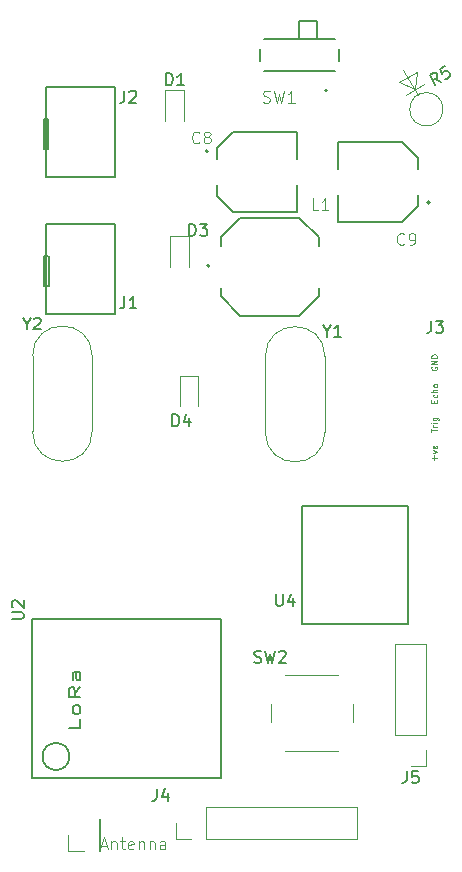
<source format=gto>
G04 #@! TF.GenerationSoftware,KiCad,Pcbnew,5.1.6-c6e7f7d~87~ubuntu18.04.1*
G04 #@! TF.CreationDate,2020-11-02T00:43:46+05:30*
G04 #@! TF.ProjectId,Sensor_pcb_v3,53656e73-6f72-45f7-9063-625f76332e6b,rev?*
G04 #@! TF.SameCoordinates,Original*
G04 #@! TF.FileFunction,Legend,Top*
G04 #@! TF.FilePolarity,Positive*
%FSLAX46Y46*%
G04 Gerber Fmt 4.6, Leading zero omitted, Abs format (unit mm)*
G04 Created by KiCad (PCBNEW 5.1.6-c6e7f7d~87~ubuntu18.04.1) date 2020-11-02 00:43:46*
%MOMM*%
%LPD*%
G01*
G04 APERTURE LIST*
%ADD10C,0.100000*%
%ADD11C,0.080000*%
%ADD12C,0.120000*%
%ADD13C,0.150000*%
%ADD14C,0.127000*%
%ADD15C,0.200000*%
%ADD16C,0.015000*%
G04 APERTURE END LIST*
D10*
X29996475Y-88627246D02*
X30472665Y-88627246D01*
X29901237Y-88912960D02*
X30234570Y-87912960D01*
X30567903Y-88912960D01*
X30901237Y-88246294D02*
X30901237Y-88912960D01*
X30901237Y-88341532D02*
X30948856Y-88293913D01*
X31044094Y-88246294D01*
X31186951Y-88246294D01*
X31282189Y-88293913D01*
X31329808Y-88389151D01*
X31329808Y-88912960D01*
X31663141Y-88246294D02*
X32044094Y-88246294D01*
X31805999Y-87912960D02*
X31805999Y-88770103D01*
X31853618Y-88865341D01*
X31948856Y-88912960D01*
X32044094Y-88912960D01*
X32758380Y-88865341D02*
X32663141Y-88912960D01*
X32472665Y-88912960D01*
X32377427Y-88865341D01*
X32329808Y-88770103D01*
X32329808Y-88389151D01*
X32377427Y-88293913D01*
X32472665Y-88246294D01*
X32663141Y-88246294D01*
X32758380Y-88293913D01*
X32805999Y-88389151D01*
X32805999Y-88484389D01*
X32329808Y-88579627D01*
X33234570Y-88246294D02*
X33234570Y-88912960D01*
X33234570Y-88341532D02*
X33282189Y-88293913D01*
X33377427Y-88246294D01*
X33520284Y-88246294D01*
X33615522Y-88293913D01*
X33663141Y-88389151D01*
X33663141Y-88912960D01*
X34139332Y-88246294D02*
X34139332Y-88912960D01*
X34139332Y-88341532D02*
X34186951Y-88293913D01*
X34282189Y-88246294D01*
X34425046Y-88246294D01*
X34520284Y-88293913D01*
X34567903Y-88389151D01*
X34567903Y-88912960D01*
X35472665Y-88912960D02*
X35472665Y-88389151D01*
X35425046Y-88293913D01*
X35329808Y-88246294D01*
X35139332Y-88246294D01*
X35044094Y-88293913D01*
X35472665Y-88865341D02*
X35377427Y-88912960D01*
X35139332Y-88912960D01*
X35044094Y-88865341D01*
X34996475Y-88770103D01*
X34996475Y-88674865D01*
X35044094Y-88579627D01*
X35139332Y-88532008D01*
X35377427Y-88532008D01*
X35472665Y-88484389D01*
D11*
X58242354Y-55949458D02*
X58242354Y-55568505D01*
X58432830Y-55758981D02*
X58051878Y-55758981D01*
X58099497Y-55378029D02*
X58432830Y-55258981D01*
X58099497Y-55139934D01*
X58409020Y-54758981D02*
X58432830Y-54806600D01*
X58432830Y-54901839D01*
X58409020Y-54949458D01*
X58361401Y-54973267D01*
X58170925Y-54973267D01*
X58123306Y-54949458D01*
X58099497Y-54901839D01*
X58099497Y-54806600D01*
X58123306Y-54758981D01*
X58170925Y-54735172D01*
X58218544Y-54735172D01*
X58266163Y-54973267D01*
X57932830Y-53584077D02*
X57932830Y-53298362D01*
X58432830Y-53441220D02*
X57932830Y-53441220D01*
X58432830Y-53131696D02*
X58099497Y-53131696D01*
X58194735Y-53131696D02*
X58147116Y-53107886D01*
X58123306Y-53084077D01*
X58099497Y-53036458D01*
X58099497Y-52988839D01*
X58432830Y-52822172D02*
X58099497Y-52822172D01*
X57932830Y-52822172D02*
X57956640Y-52845981D01*
X57980449Y-52822172D01*
X57956640Y-52798362D01*
X57932830Y-52822172D01*
X57980449Y-52822172D01*
X58099497Y-52369791D02*
X58504259Y-52369791D01*
X58551878Y-52393600D01*
X58575687Y-52417410D01*
X58599497Y-52465029D01*
X58599497Y-52536458D01*
X58575687Y-52584077D01*
X58409020Y-52369791D02*
X58432830Y-52417410D01*
X58432830Y-52512648D01*
X58409020Y-52560267D01*
X58385211Y-52584077D01*
X58337592Y-52607886D01*
X58194735Y-52607886D01*
X58147116Y-52584077D01*
X58123306Y-52560267D01*
X58099497Y-52512648D01*
X58099497Y-52417410D01*
X58123306Y-52369791D01*
X58236965Y-51088669D02*
X58236965Y-50922002D01*
X58498870Y-50850574D02*
X58498870Y-51088669D01*
X57998870Y-51088669D01*
X57998870Y-50850574D01*
X58475060Y-50422002D02*
X58498870Y-50469621D01*
X58498870Y-50564860D01*
X58475060Y-50612479D01*
X58451251Y-50636288D01*
X58403632Y-50660098D01*
X58260775Y-50660098D01*
X58213156Y-50636288D01*
X58189346Y-50612479D01*
X58165537Y-50564860D01*
X58165537Y-50469621D01*
X58189346Y-50422002D01*
X58498870Y-50207717D02*
X57998870Y-50207717D01*
X58498870Y-49993431D02*
X58236965Y-49993431D01*
X58189346Y-50017240D01*
X58165537Y-50064860D01*
X58165537Y-50136288D01*
X58189346Y-50183907D01*
X58213156Y-50207717D01*
X58498870Y-49683907D02*
X58475060Y-49731526D01*
X58451251Y-49755336D01*
X58403632Y-49779145D01*
X58260775Y-49779145D01*
X58213156Y-49755336D01*
X58189346Y-49731526D01*
X58165537Y-49683907D01*
X58165537Y-49612479D01*
X58189346Y-49564860D01*
X58213156Y-49541050D01*
X58260775Y-49517240D01*
X58403632Y-49517240D01*
X58451251Y-49541050D01*
X58475060Y-49564860D01*
X58498870Y-49612479D01*
X58498870Y-49683907D01*
X57999820Y-48066912D02*
X57976010Y-48114531D01*
X57976010Y-48185960D01*
X57999820Y-48257388D01*
X58047439Y-48305007D01*
X58095058Y-48328817D01*
X58190296Y-48352626D01*
X58261724Y-48352626D01*
X58356962Y-48328817D01*
X58404581Y-48305007D01*
X58452200Y-48257388D01*
X58476010Y-48185960D01*
X58476010Y-48138340D01*
X58452200Y-48066912D01*
X58428391Y-48043102D01*
X58261724Y-48043102D01*
X58261724Y-48138340D01*
X58476010Y-47828817D02*
X57976010Y-47828817D01*
X58476010Y-47543102D01*
X57976010Y-47543102D01*
X58476010Y-47305007D02*
X57976010Y-47305007D01*
X57976010Y-47185960D01*
X57999820Y-47114531D01*
X58047439Y-47066912D01*
X58095058Y-47043102D01*
X58190296Y-47019293D01*
X58261724Y-47019293D01*
X58356962Y-47043102D01*
X58404581Y-47066912D01*
X58452200Y-47114531D01*
X58476010Y-47185960D01*
X58476010Y-47305007D01*
D12*
X36325500Y-88030400D02*
X36325500Y-86700400D01*
X37655500Y-88030400D02*
X36325500Y-88030400D01*
X38925500Y-88030400D02*
X38925500Y-85370400D01*
X38925500Y-85370400D02*
X51685500Y-85370400D01*
X38925500Y-88030400D02*
X51685500Y-88030400D01*
X51685500Y-88030400D02*
X51685500Y-85370400D01*
D13*
X25558400Y-38692500D02*
X25558400Y-38682500D01*
X25178400Y-38692500D02*
X25558400Y-38692500D01*
X25178400Y-41242500D02*
X25178400Y-38692500D01*
X25578400Y-41242500D02*
X25178400Y-41242500D01*
X25578400Y-38712500D02*
X25578400Y-41242500D01*
X25358400Y-36582500D02*
X25358400Y-36082500D01*
X25358400Y-43582500D02*
X25358400Y-36582500D01*
X25358400Y-36082500D02*
X25358400Y-35992500D01*
X25358400Y-43582500D02*
X30358400Y-43582500D01*
X30358400Y-43582500D02*
X31158400Y-43582500D01*
X31158400Y-43582500D02*
X31168400Y-43582500D01*
X25398400Y-36002500D02*
X25388400Y-36002500D01*
X26198400Y-36002500D02*
X25398400Y-36002500D01*
X31198400Y-36002500D02*
X26198400Y-36002500D01*
X31198400Y-43502500D02*
X31198400Y-43592500D01*
X31198400Y-43002500D02*
X31198400Y-43502500D01*
X31198400Y-36002500D02*
X31198400Y-43002500D01*
D14*
X43472400Y-22133200D02*
X43472400Y-21133200D01*
X49822400Y-20283200D02*
X43822400Y-20283200D01*
X49822400Y-22983200D02*
X43822400Y-22983200D01*
X50172400Y-22133200D02*
X50172400Y-21133200D01*
X46822400Y-18783200D02*
X46822400Y-20283200D01*
X48322400Y-18783200D02*
X46822400Y-18783200D01*
X48322400Y-20283200D02*
X48322400Y-18783200D01*
D15*
X49172400Y-24683200D02*
G75*
G03*
X49172400Y-24683200I-100000J0D01*
G01*
D12*
X38265000Y-48808800D02*
X36665000Y-48808800D01*
X36665000Y-48808800D02*
X36665000Y-51408800D01*
X38265000Y-48808800D02*
X38265000Y-51408800D01*
X37477600Y-37002900D02*
X35877600Y-37002900D01*
X35877600Y-37002900D02*
X35877600Y-39602900D01*
X37477600Y-37002900D02*
X37477600Y-39602900D01*
X57565600Y-71568000D02*
X54905600Y-71568000D01*
X57565600Y-79248000D02*
X57565600Y-71568000D01*
X54905600Y-79248000D02*
X54905600Y-71568000D01*
X57565600Y-79248000D02*
X54905600Y-79248000D01*
X57565600Y-80518000D02*
X57565600Y-81848000D01*
X57565600Y-81848000D02*
X56235600Y-81848000D01*
D13*
X25543100Y-27064300D02*
X25543100Y-27054300D01*
X25163100Y-27064300D02*
X25543100Y-27064300D01*
X25163100Y-29614300D02*
X25163100Y-27064300D01*
X25563100Y-29614300D02*
X25163100Y-29614300D01*
X25563100Y-27084300D02*
X25563100Y-29614300D01*
X25343100Y-24954300D02*
X25343100Y-24454300D01*
X25343100Y-31954300D02*
X25343100Y-24954300D01*
X25343100Y-24454300D02*
X25343100Y-24364300D01*
X25343100Y-31954300D02*
X30343100Y-31954300D01*
X30343100Y-31954300D02*
X31143100Y-31954300D01*
X31143100Y-31954300D02*
X31153100Y-31954300D01*
X25383100Y-24374300D02*
X25373100Y-24374300D01*
X26183100Y-24374300D02*
X25383100Y-24374300D01*
X31183100Y-24374300D02*
X26183100Y-24374300D01*
X31183100Y-31874300D02*
X31183100Y-31964300D01*
X31183100Y-31374300D02*
X31183100Y-31874300D01*
X31183100Y-24374300D02*
X31183100Y-31374300D01*
X27344875Y-81056400D02*
G75*
G03*
X27344875Y-81056400I-1140175J0D01*
G01*
X40204700Y-82856400D02*
X24204700Y-82856400D01*
X24204700Y-82856400D02*
X24204700Y-69456400D01*
X24204700Y-69456400D02*
X40194700Y-69456400D01*
X40194700Y-69456400D02*
X40204700Y-82856400D01*
D12*
X29892300Y-89018420D02*
X29892300Y-86358420D01*
X29832300Y-89018420D02*
X29892300Y-89018420D01*
X29832300Y-86358420D02*
X29892300Y-86358420D01*
X29832300Y-89018420D02*
X29832300Y-86358420D01*
X28562300Y-89018420D02*
X27232300Y-89018420D01*
X27232300Y-89018420D02*
X27232300Y-87688420D01*
X37015000Y-24643300D02*
X35415000Y-24643300D01*
X35415000Y-24643300D02*
X35415000Y-27243300D01*
X37015000Y-24643300D02*
X37015000Y-27243300D01*
X58974000Y-26258500D02*
G75*
G03*
X58974000Y-26258500I-1410000J0D01*
G01*
X56767563Y-23101031D02*
X56590334Y-24572060D01*
X55227770Y-23990031D02*
X56767563Y-23101031D01*
X56590334Y-24572060D02*
X55227770Y-23990031D01*
X55820437Y-25016560D02*
X57360230Y-24127560D01*
X56859000Y-25037404D02*
X55624000Y-22898321D01*
D13*
X48027500Y-69824100D02*
X56027500Y-69824100D01*
X56027500Y-69824100D02*
X56027500Y-59824100D01*
X56027500Y-59824100D02*
X48027500Y-59824100D01*
X48027500Y-59824100D02*
X47027500Y-59824100D01*
X47027500Y-59824100D02*
X47027500Y-69824100D01*
X47027500Y-69824100D02*
X48027500Y-69824100D01*
D12*
X43929100Y-47190100D02*
X43929100Y-53590100D01*
X48979100Y-47190100D02*
X48979100Y-53590100D01*
X43929100Y-53590100D02*
G75*
G03*
X48979100Y-53590100I2525000J0D01*
G01*
X43929100Y-47190100D02*
G75*
G02*
X48979100Y-47190100I2525000J0D01*
G01*
X29271200Y-47136800D02*
X29271200Y-53536800D01*
X24221200Y-47136800D02*
X24221200Y-53536800D01*
X24221200Y-47136800D02*
G75*
G02*
X29271200Y-47136800I2525000J0D01*
G01*
X24221200Y-53536800D02*
G75*
G03*
X29271200Y-53536800I2525000J0D01*
G01*
X44370000Y-76618800D02*
X44370000Y-78118800D01*
X45620000Y-80618800D02*
X50120000Y-80618800D01*
X51370000Y-78118800D02*
X51370000Y-76618800D01*
X50120000Y-74118800D02*
X45620000Y-74118800D01*
D14*
X46623200Y-34951900D02*
X41183200Y-34951900D01*
X41183200Y-34951900D02*
X39823200Y-33591900D01*
X39823200Y-29511900D02*
X41183200Y-28151900D01*
X41183200Y-28151900D02*
X46623200Y-28151900D01*
X39823200Y-29511900D02*
X39823200Y-30441900D01*
X39823200Y-33591900D02*
X39823200Y-32661900D01*
D15*
X39073200Y-29801900D02*
G75*
G03*
X39073200Y-29801900I-100000J0D01*
G01*
D14*
X46623200Y-28151900D02*
X46623200Y-30441900D01*
X46623200Y-32661900D02*
X46623200Y-34951900D01*
X50082200Y-31292800D02*
X50082200Y-29002800D01*
X50082200Y-35802800D02*
X50082200Y-33512800D01*
D15*
X57832200Y-34152800D02*
G75*
G03*
X57832200Y-34152800I-100000J0D01*
G01*
D14*
X56882200Y-30362800D02*
X56882200Y-31292800D01*
X56882200Y-34442800D02*
X56882200Y-33512800D01*
X55522200Y-35802800D02*
X50082200Y-35802800D01*
X56882200Y-34442800D02*
X55522200Y-35802800D01*
X55522200Y-29002800D02*
X56882200Y-30362800D01*
X50082200Y-29002800D02*
X55522200Y-29002800D01*
X40165400Y-42103700D02*
X40165400Y-41403700D01*
X41815400Y-43753700D02*
X40165400Y-42103700D01*
X46815400Y-43753700D02*
X41815400Y-43753700D01*
X48465400Y-42103700D02*
X46815400Y-43753700D01*
X48465400Y-41403700D02*
X48465400Y-42103700D01*
X44815400Y-43753700D02*
X43815400Y-43753700D01*
X48465400Y-37103700D02*
X48465400Y-37803700D01*
X46815400Y-35453700D02*
X48465400Y-37103700D01*
X41815400Y-35453700D02*
X46815400Y-35453700D01*
X40165400Y-37103700D02*
X41815400Y-35453700D01*
X40165400Y-37803700D02*
X40165400Y-37103700D01*
D15*
X39215400Y-39503700D02*
G75*
G03*
X39215400Y-39503700I-100000J0D01*
G01*
D14*
X43815400Y-35453700D02*
X44815400Y-35453700D01*
X44815400Y-43753700D02*
X43815400Y-43753700D01*
D13*
X34754226Y-83813440D02*
X34754226Y-84527726D01*
X34706607Y-84670583D01*
X34611369Y-84765821D01*
X34468512Y-84813440D01*
X34373274Y-84813440D01*
X35658988Y-84146774D02*
X35658988Y-84813440D01*
X35420893Y-83765821D02*
X35182798Y-84480107D01*
X35801845Y-84480107D01*
X32003486Y-42109180D02*
X32003486Y-42823466D01*
X31955867Y-42966323D01*
X31860629Y-43061561D01*
X31717772Y-43109180D01*
X31622534Y-43109180D01*
X33003486Y-43109180D02*
X32432058Y-43109180D01*
X32717772Y-43109180D02*
X32717772Y-42109180D01*
X32622534Y-42252038D01*
X32527296Y-42347276D01*
X32432058Y-42394895D01*
D10*
X43748862Y-25655014D02*
X43891752Y-25702644D01*
X44129901Y-25702644D01*
X44225161Y-25655014D01*
X44272791Y-25607384D01*
X44320421Y-25512124D01*
X44320421Y-25416864D01*
X44272791Y-25321604D01*
X44225161Y-25273974D01*
X44129901Y-25226345D01*
X43939382Y-25178715D01*
X43844122Y-25131085D01*
X43796492Y-25083455D01*
X43748862Y-24988195D01*
X43748862Y-24892935D01*
X43796492Y-24797675D01*
X43844122Y-24750046D01*
X43939382Y-24702416D01*
X44177531Y-24702416D01*
X44320421Y-24750046D01*
X44653830Y-24702416D02*
X44891980Y-25702644D01*
X45082500Y-24988195D01*
X45273019Y-25702644D01*
X45511169Y-24702416D01*
X46416137Y-25702644D02*
X45844578Y-25702644D01*
X46130357Y-25702644D02*
X46130357Y-24702416D01*
X46035098Y-24845305D01*
X45939838Y-24940565D01*
X45844578Y-24988195D01*
D13*
X36056344Y-53093840D02*
X36056344Y-52093840D01*
X36294440Y-52093840D01*
X36437297Y-52141460D01*
X36532535Y-52236698D01*
X36580154Y-52331936D01*
X36627773Y-52522412D01*
X36627773Y-52665269D01*
X36580154Y-52855745D01*
X36532535Y-52950983D01*
X36437297Y-53046221D01*
X36294440Y-53093840D01*
X36056344Y-53093840D01*
X37484916Y-52427174D02*
X37484916Y-53093840D01*
X37246820Y-52046221D02*
X37008725Y-52760507D01*
X37627773Y-52760507D01*
X37478744Y-36972480D02*
X37478744Y-35972480D01*
X37716840Y-35972480D01*
X37859697Y-36020100D01*
X37954935Y-36115338D01*
X38002554Y-36210576D01*
X38050173Y-36401052D01*
X38050173Y-36543909D01*
X38002554Y-36734385D01*
X37954935Y-36829623D01*
X37859697Y-36924861D01*
X37716840Y-36972480D01*
X37478744Y-36972480D01*
X38383506Y-35972480D02*
X39002554Y-35972480D01*
X38669220Y-36353433D01*
X38812078Y-36353433D01*
X38907316Y-36401052D01*
X38954935Y-36448671D01*
X39002554Y-36543909D01*
X39002554Y-36782004D01*
X38954935Y-36877242D01*
X38907316Y-36924861D01*
X38812078Y-36972480D01*
X38526363Y-36972480D01*
X38431125Y-36924861D01*
X38383506Y-36877242D01*
X55902266Y-82300380D02*
X55902266Y-83014666D01*
X55854647Y-83157523D01*
X55759409Y-83252761D01*
X55616552Y-83300380D01*
X55521314Y-83300380D01*
X56854647Y-82300380D02*
X56378457Y-82300380D01*
X56330838Y-82776571D01*
X56378457Y-82728952D01*
X56473695Y-82681333D01*
X56711790Y-82681333D01*
X56807028Y-82728952D01*
X56854647Y-82776571D01*
X56902266Y-82871809D01*
X56902266Y-83109904D01*
X56854647Y-83205142D01*
X56807028Y-83252761D01*
X56711790Y-83300380D01*
X56473695Y-83300380D01*
X56378457Y-83252761D01*
X56330838Y-83205142D01*
X31998346Y-24697400D02*
X31998346Y-25411686D01*
X31950727Y-25554543D01*
X31855489Y-25649781D01*
X31712632Y-25697400D01*
X31617394Y-25697400D01*
X32426918Y-24792639D02*
X32474537Y-24745020D01*
X32569775Y-24697400D01*
X32807870Y-24697400D01*
X32903108Y-24745020D01*
X32950727Y-24792639D01*
X32998346Y-24887877D01*
X32998346Y-24983115D01*
X32950727Y-25125972D01*
X32379299Y-25697400D01*
X32998346Y-25697400D01*
X22472440Y-69420664D02*
X23281964Y-69420664D01*
X23377202Y-69373045D01*
X23424821Y-69325426D01*
X23472440Y-69230188D01*
X23472440Y-69039712D01*
X23424821Y-68944474D01*
X23377202Y-68896855D01*
X23281964Y-68849236D01*
X22472440Y-68849236D01*
X22567679Y-68420664D02*
X22520060Y-68373045D01*
X22472440Y-68277807D01*
X22472440Y-68039712D01*
X22520060Y-67944474D01*
X22567679Y-67896855D01*
X22662917Y-67849236D01*
X22758155Y-67849236D01*
X22901012Y-67896855D01*
X23472440Y-68468283D01*
X23472440Y-67849236D01*
X28277080Y-77909257D02*
X28277080Y-78623542D01*
X27277080Y-78623542D01*
X28277080Y-77194971D02*
X28229461Y-77337828D01*
X28181842Y-77409257D01*
X28086604Y-77480685D01*
X27800890Y-77480685D01*
X27705652Y-77409257D01*
X27658033Y-77337828D01*
X27610414Y-77194971D01*
X27610414Y-76980685D01*
X27658033Y-76837828D01*
X27705652Y-76766400D01*
X27800890Y-76694971D01*
X28086604Y-76694971D01*
X28181842Y-76766400D01*
X28229461Y-76837828D01*
X28277080Y-76980685D01*
X28277080Y-77194971D01*
X28277080Y-75194971D02*
X27800890Y-75694971D01*
X28277080Y-76052114D02*
X27277080Y-76052114D01*
X27277080Y-75480685D01*
X27324700Y-75337828D01*
X27372319Y-75266400D01*
X27467557Y-75194971D01*
X27610414Y-75194971D01*
X27705652Y-75266400D01*
X27753271Y-75337828D01*
X27800890Y-75480685D01*
X27800890Y-76052114D01*
X28277080Y-73909257D02*
X27753271Y-73909257D01*
X27658033Y-73980685D01*
X27610414Y-74123542D01*
X27610414Y-74409257D01*
X27658033Y-74552114D01*
X28229461Y-73909257D02*
X28277080Y-74052114D01*
X28277080Y-74409257D01*
X28229461Y-74552114D01*
X28134223Y-74623542D01*
X28038985Y-74623542D01*
X27943747Y-74552114D01*
X27896128Y-74409257D01*
X27896128Y-74052114D01*
X27848509Y-73909257D01*
X57967326Y-44184400D02*
X57967326Y-44898686D01*
X57919707Y-45041543D01*
X57824469Y-45136781D01*
X57681612Y-45184400D01*
X57586374Y-45184400D01*
X58348279Y-44184400D02*
X58967326Y-44184400D01*
X58633993Y-44565353D01*
X58776850Y-44565353D01*
X58872088Y-44612972D01*
X58919707Y-44660591D01*
X58967326Y-44755829D01*
X58967326Y-44993924D01*
X58919707Y-45089162D01*
X58872088Y-45136781D01*
X58776850Y-45184400D01*
X58491136Y-45184400D01*
X58395898Y-45136781D01*
X58348279Y-45089162D01*
X35530084Y-24211520D02*
X35530084Y-23211520D01*
X35768180Y-23211520D01*
X35911037Y-23259140D01*
X36006275Y-23354378D01*
X36053894Y-23449616D01*
X36101513Y-23640092D01*
X36101513Y-23782949D01*
X36053894Y-23973425D01*
X36006275Y-24068663D01*
X35911037Y-24163901D01*
X35768180Y-24211520D01*
X35530084Y-24211520D01*
X37053894Y-24211520D02*
X36482465Y-24211520D01*
X36768180Y-24211520D02*
X36768180Y-23211520D01*
X36672941Y-23354378D01*
X36577703Y-23449616D01*
X36482465Y-23497235D01*
X58832032Y-23929446D02*
X58305262Y-23683720D01*
X58337161Y-24215161D02*
X57837161Y-23349135D01*
X58167075Y-23158659D01*
X58273363Y-23152279D01*
X58338412Y-23169709D01*
X58427271Y-23228378D01*
X58498699Y-23352096D01*
X58505079Y-23458384D01*
X58487649Y-23523433D01*
X58428980Y-23612291D01*
X58099066Y-23802767D01*
X59115579Y-22611040D02*
X58703186Y-22849135D01*
X58900042Y-23285338D01*
X58917472Y-23220289D01*
X58976141Y-23131431D01*
X59182337Y-23012383D01*
X59288626Y-23006003D01*
X59353674Y-23023433D01*
X59442533Y-23082102D01*
X59561580Y-23288299D01*
X59567960Y-23394587D01*
X59550530Y-23459635D01*
X59491861Y-23548494D01*
X59285665Y-23667541D01*
X59179377Y-23673921D01*
X59114328Y-23656491D01*
X44833615Y-67313540D02*
X44833615Y-68123064D01*
X44881234Y-68218302D01*
X44928853Y-68265921D01*
X45024091Y-68313540D01*
X45214567Y-68313540D01*
X45309805Y-68265921D01*
X45357424Y-68218302D01*
X45405043Y-68123064D01*
X45405043Y-67313540D01*
X46309805Y-67646874D02*
X46309805Y-68313540D01*
X46071710Y-67265921D02*
X45833615Y-67980207D01*
X46452662Y-67980207D01*
X49145289Y-45035770D02*
X49145289Y-45511960D01*
X48811956Y-44511960D02*
X49145289Y-45035770D01*
X49478622Y-44511960D01*
X50335765Y-45511960D02*
X49764337Y-45511960D01*
X50050051Y-45511960D02*
X50050051Y-44511960D01*
X49954813Y-44654818D01*
X49859575Y-44750056D01*
X49764337Y-44797675D01*
X23727469Y-44426210D02*
X23727469Y-44902400D01*
X23394136Y-43902400D02*
X23727469Y-44426210D01*
X24060802Y-43902400D01*
X24346517Y-43997639D02*
X24394136Y-43950020D01*
X24489374Y-43902400D01*
X24727469Y-43902400D01*
X24822707Y-43950020D01*
X24870326Y-43997639D01*
X24917945Y-44092877D01*
X24917945Y-44188115D01*
X24870326Y-44330972D01*
X24298898Y-44902400D01*
X24917945Y-44902400D01*
X43012486Y-73069041D02*
X43155343Y-73116660D01*
X43393439Y-73116660D01*
X43488677Y-73069041D01*
X43536296Y-73021422D01*
X43583915Y-72926184D01*
X43583915Y-72830946D01*
X43536296Y-72735708D01*
X43488677Y-72688089D01*
X43393439Y-72640470D01*
X43202962Y-72592851D01*
X43107724Y-72545232D01*
X43060105Y-72497613D01*
X43012486Y-72402375D01*
X43012486Y-72307137D01*
X43060105Y-72211899D01*
X43107724Y-72164280D01*
X43202962Y-72116660D01*
X43441058Y-72116660D01*
X43583915Y-72164280D01*
X43917248Y-72116660D02*
X44155343Y-73116660D01*
X44345820Y-72402375D01*
X44536296Y-73116660D01*
X44774391Y-72116660D01*
X45107724Y-72211899D02*
X45155343Y-72164280D01*
X45250581Y-72116660D01*
X45488677Y-72116660D01*
X45583915Y-72164280D01*
X45631534Y-72211899D01*
X45679153Y-72307137D01*
X45679153Y-72402375D01*
X45631534Y-72545232D01*
X45060105Y-73116660D01*
X45679153Y-73116660D01*
D16*
X38344833Y-29051542D02*
X38297214Y-29099161D01*
X38154357Y-29146780D01*
X38059119Y-29146780D01*
X37916261Y-29099161D01*
X37821023Y-29003923D01*
X37773404Y-28908685D01*
X37725785Y-28718209D01*
X37725785Y-28575352D01*
X37773404Y-28384876D01*
X37821023Y-28289638D01*
X37916261Y-28194400D01*
X38059119Y-28146780D01*
X38154357Y-28146780D01*
X38297214Y-28194400D01*
X38344833Y-28242019D01*
X38916261Y-28575352D02*
X38821023Y-28527733D01*
X38773404Y-28480114D01*
X38725785Y-28384876D01*
X38725785Y-28337257D01*
X38773404Y-28242019D01*
X38821023Y-28194400D01*
X38916261Y-28146780D01*
X39106738Y-28146780D01*
X39201976Y-28194400D01*
X39249595Y-28242019D01*
X39297214Y-28337257D01*
X39297214Y-28384876D01*
X39249595Y-28480114D01*
X39201976Y-28527733D01*
X39106738Y-28575352D01*
X38916261Y-28575352D01*
X38821023Y-28622971D01*
X38773404Y-28670590D01*
X38725785Y-28765828D01*
X38725785Y-28956304D01*
X38773404Y-29051542D01*
X38821023Y-29099161D01*
X38916261Y-29146780D01*
X39106738Y-29146780D01*
X39201976Y-29099161D01*
X39249595Y-29051542D01*
X39297214Y-28956304D01*
X39297214Y-28765828D01*
X39249595Y-28670590D01*
X39201976Y-28622971D01*
X39106738Y-28575352D01*
X55677733Y-37654522D02*
X55630114Y-37702141D01*
X55487257Y-37749760D01*
X55392019Y-37749760D01*
X55249161Y-37702141D01*
X55153923Y-37606903D01*
X55106304Y-37511665D01*
X55058685Y-37321189D01*
X55058685Y-37178332D01*
X55106304Y-36987856D01*
X55153923Y-36892618D01*
X55249161Y-36797380D01*
X55392019Y-36749760D01*
X55487257Y-36749760D01*
X55630114Y-36797380D01*
X55677733Y-36844999D01*
X56153923Y-37749760D02*
X56344400Y-37749760D01*
X56439638Y-37702141D01*
X56487257Y-37654522D01*
X56582495Y-37511665D01*
X56630114Y-37321189D01*
X56630114Y-36940237D01*
X56582495Y-36844999D01*
X56534876Y-36797380D01*
X56439638Y-36749760D01*
X56249161Y-36749760D01*
X56153923Y-36797380D01*
X56106304Y-36844999D01*
X56058685Y-36940237D01*
X56058685Y-37178332D01*
X56106304Y-37273570D01*
X56153923Y-37321189D01*
X56249161Y-37368808D01*
X56439638Y-37368808D01*
X56534876Y-37321189D01*
X56582495Y-37273570D01*
X56630114Y-37178332D01*
X48415933Y-34788120D02*
X47939742Y-34788120D01*
X47939742Y-33788120D01*
X49273076Y-34788120D02*
X48701647Y-34788120D01*
X48987361Y-34788120D02*
X48987361Y-33788120D01*
X48892123Y-33930978D01*
X48796885Y-34026216D01*
X48701647Y-34073835D01*
M02*

</source>
